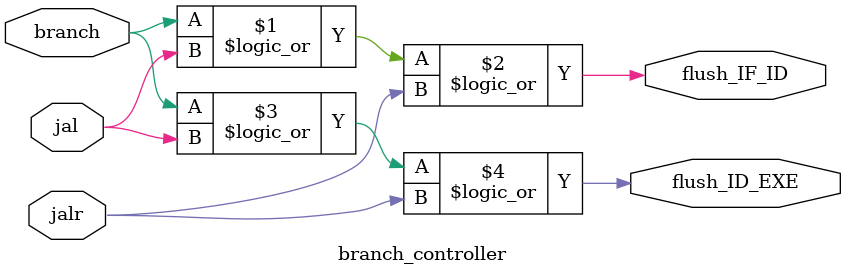
<source format=v>
module branch_controller(branch, jal, jalr, flush_IF_ID, flush_ID_EXE);

	input branch, jal, jalr;
	
	output flush_IF_ID, flush_ID_EXE;
	
	assign flush_IF_ID = (branch || jal || jalr);
	assign flush_ID_EXE = (branch || jal || jalr);


endmodule //branch_controller

</source>
